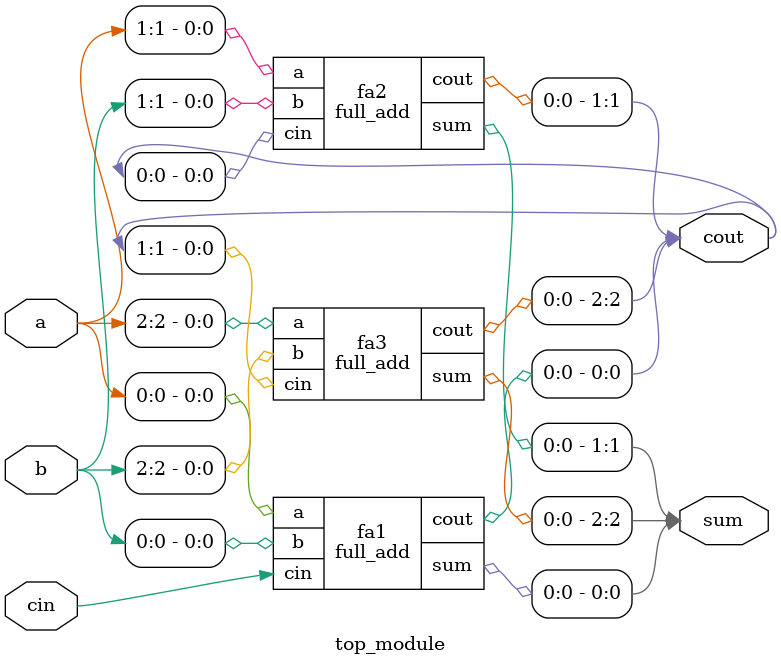
<source format=v>
module full_add( 
    input a, b, cin,
    output cout, sum );
	assign sum = a^b^cin;
    assign cout = (a&b)|(a&cin)|(b&cin);
endmodule

module top_module( 
    input [2:0] a, b,
    input cin,
    output [2:0] cout,
    output [2:0] sum );
    full_add fa1(a[0],b[0],cin,cout[0],sum[0]);
    full_add fa2(a[1],b[1],cout[0],cout[1],sum[1]);
    full_add fa3(a[2],b[2],cout[1],cout[2],sum[2]);
endmodule
</source>
